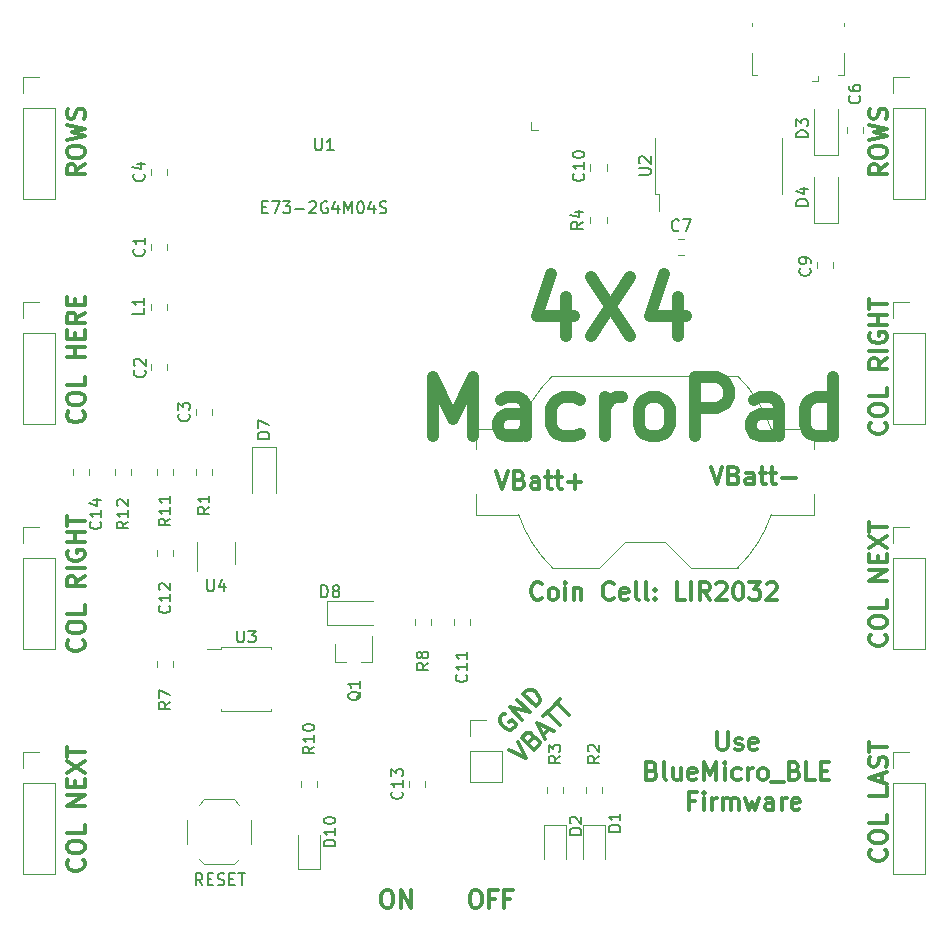
<source format=gbr>
G04 #@! TF.GenerationSoftware,KiCad,Pcbnew,(5.0.0)*
G04 #@! TF.CreationDate,2020-05-30T16:15:12-06:00*
G04 #@! TF.ProjectId,4x4_platform,3478345F706C6174666F726D2E6B6963,rev?*
G04 #@! TF.SameCoordinates,Original*
G04 #@! TF.FileFunction,Legend,Top*
G04 #@! TF.FilePolarity,Positive*
%FSLAX46Y46*%
G04 Gerber Fmt 4.6, Leading zero omitted, Abs format (unit mm)*
G04 Created by KiCad (PCBNEW (5.0.0)) date 05/30/20 16:15:12*
%MOMM*%
%LPD*%
G01*
G04 APERTURE LIST*
%ADD10C,0.300000*%
%ADD11C,1.000000*%
%ADD12C,0.120000*%
%ADD13C,0.150000*%
G04 APERTURE END LIST*
D10*
X120040000Y-124995714D02*
X119968571Y-125067142D01*
X119754285Y-125138571D01*
X119611428Y-125138571D01*
X119397142Y-125067142D01*
X119254285Y-124924285D01*
X119182857Y-124781428D01*
X119111428Y-124495714D01*
X119111428Y-124281428D01*
X119182857Y-123995714D01*
X119254285Y-123852857D01*
X119397142Y-123710000D01*
X119611428Y-123638571D01*
X119754285Y-123638571D01*
X119968571Y-123710000D01*
X120040000Y-123781428D01*
X120897142Y-125138571D02*
X120754285Y-125067142D01*
X120682857Y-124995714D01*
X120611428Y-124852857D01*
X120611428Y-124424285D01*
X120682857Y-124281428D01*
X120754285Y-124210000D01*
X120897142Y-124138571D01*
X121111428Y-124138571D01*
X121254285Y-124210000D01*
X121325714Y-124281428D01*
X121397142Y-124424285D01*
X121397142Y-124852857D01*
X121325714Y-124995714D01*
X121254285Y-125067142D01*
X121111428Y-125138571D01*
X120897142Y-125138571D01*
X122040000Y-125138571D02*
X122040000Y-124138571D01*
X122040000Y-123638571D02*
X121968571Y-123710000D01*
X122040000Y-123781428D01*
X122111428Y-123710000D01*
X122040000Y-123638571D01*
X122040000Y-123781428D01*
X122754285Y-124138571D02*
X122754285Y-125138571D01*
X122754285Y-124281428D02*
X122825714Y-124210000D01*
X122968571Y-124138571D01*
X123182857Y-124138571D01*
X123325714Y-124210000D01*
X123397142Y-124352857D01*
X123397142Y-125138571D01*
X126111428Y-124995714D02*
X126040000Y-125067142D01*
X125825714Y-125138571D01*
X125682857Y-125138571D01*
X125468571Y-125067142D01*
X125325714Y-124924285D01*
X125254285Y-124781428D01*
X125182857Y-124495714D01*
X125182857Y-124281428D01*
X125254285Y-123995714D01*
X125325714Y-123852857D01*
X125468571Y-123710000D01*
X125682857Y-123638571D01*
X125825714Y-123638571D01*
X126040000Y-123710000D01*
X126111428Y-123781428D01*
X127325714Y-125067142D02*
X127182857Y-125138571D01*
X126897142Y-125138571D01*
X126754285Y-125067142D01*
X126682857Y-124924285D01*
X126682857Y-124352857D01*
X126754285Y-124210000D01*
X126897142Y-124138571D01*
X127182857Y-124138571D01*
X127325714Y-124210000D01*
X127397142Y-124352857D01*
X127397142Y-124495714D01*
X126682857Y-124638571D01*
X128254285Y-125138571D02*
X128111428Y-125067142D01*
X128040000Y-124924285D01*
X128040000Y-123638571D01*
X129040000Y-125138571D02*
X128897142Y-125067142D01*
X128825714Y-124924285D01*
X128825714Y-123638571D01*
X129611428Y-124995714D02*
X129682857Y-125067142D01*
X129611428Y-125138571D01*
X129540000Y-125067142D01*
X129611428Y-124995714D01*
X129611428Y-125138571D01*
X129611428Y-124210000D02*
X129682857Y-124281428D01*
X129611428Y-124352857D01*
X129540000Y-124281428D01*
X129611428Y-124210000D01*
X129611428Y-124352857D01*
X132182857Y-125138571D02*
X131468571Y-125138571D01*
X131468571Y-123638571D01*
X132682857Y-125138571D02*
X132682857Y-123638571D01*
X134254285Y-125138571D02*
X133754285Y-124424285D01*
X133397142Y-125138571D02*
X133397142Y-123638571D01*
X133968571Y-123638571D01*
X134111428Y-123710000D01*
X134182857Y-123781428D01*
X134254285Y-123924285D01*
X134254285Y-124138571D01*
X134182857Y-124281428D01*
X134111428Y-124352857D01*
X133968571Y-124424285D01*
X133397142Y-124424285D01*
X134825714Y-123781428D02*
X134897142Y-123710000D01*
X135040000Y-123638571D01*
X135397142Y-123638571D01*
X135540000Y-123710000D01*
X135611428Y-123781428D01*
X135682857Y-123924285D01*
X135682857Y-124067142D01*
X135611428Y-124281428D01*
X134754285Y-125138571D01*
X135682857Y-125138571D01*
X136611428Y-123638571D02*
X136754285Y-123638571D01*
X136897142Y-123710000D01*
X136968571Y-123781428D01*
X137040000Y-123924285D01*
X137111428Y-124210000D01*
X137111428Y-124567142D01*
X137040000Y-124852857D01*
X136968571Y-124995714D01*
X136897142Y-125067142D01*
X136754285Y-125138571D01*
X136611428Y-125138571D01*
X136468571Y-125067142D01*
X136397142Y-124995714D01*
X136325714Y-124852857D01*
X136254285Y-124567142D01*
X136254285Y-124210000D01*
X136325714Y-123924285D01*
X136397142Y-123781428D01*
X136468571Y-123710000D01*
X136611428Y-123638571D01*
X137611428Y-123638571D02*
X138540000Y-123638571D01*
X138040000Y-124210000D01*
X138254285Y-124210000D01*
X138397142Y-124281428D01*
X138468571Y-124352857D01*
X138540000Y-124495714D01*
X138540000Y-124852857D01*
X138468571Y-124995714D01*
X138397142Y-125067142D01*
X138254285Y-125138571D01*
X137825714Y-125138571D01*
X137682857Y-125067142D01*
X137611428Y-124995714D01*
X139111428Y-123781428D02*
X139182857Y-123710000D01*
X139325714Y-123638571D01*
X139682857Y-123638571D01*
X139825714Y-123710000D01*
X139897142Y-123781428D01*
X139968571Y-123924285D01*
X139968571Y-124067142D01*
X139897142Y-124281428D01*
X139040000Y-125138571D01*
X139968571Y-125138571D01*
X134334714Y-113859571D02*
X134834714Y-115359571D01*
X135334714Y-113859571D01*
X136334714Y-114573857D02*
X136549000Y-114645285D01*
X136620428Y-114716714D01*
X136691857Y-114859571D01*
X136691857Y-115073857D01*
X136620428Y-115216714D01*
X136549000Y-115288142D01*
X136406142Y-115359571D01*
X135834714Y-115359571D01*
X135834714Y-113859571D01*
X136334714Y-113859571D01*
X136477571Y-113931000D01*
X136549000Y-114002428D01*
X136620428Y-114145285D01*
X136620428Y-114288142D01*
X136549000Y-114431000D01*
X136477571Y-114502428D01*
X136334714Y-114573857D01*
X135834714Y-114573857D01*
X137977571Y-115359571D02*
X137977571Y-114573857D01*
X137906142Y-114431000D01*
X137763285Y-114359571D01*
X137477571Y-114359571D01*
X137334714Y-114431000D01*
X137977571Y-115288142D02*
X137834714Y-115359571D01*
X137477571Y-115359571D01*
X137334714Y-115288142D01*
X137263285Y-115145285D01*
X137263285Y-115002428D01*
X137334714Y-114859571D01*
X137477571Y-114788142D01*
X137834714Y-114788142D01*
X137977571Y-114716714D01*
X138477571Y-114359571D02*
X139049000Y-114359571D01*
X138691857Y-113859571D02*
X138691857Y-115145285D01*
X138763285Y-115288142D01*
X138906142Y-115359571D01*
X139049000Y-115359571D01*
X139334714Y-114359571D02*
X139906142Y-114359571D01*
X139549000Y-113859571D02*
X139549000Y-115145285D01*
X139620428Y-115288142D01*
X139763285Y-115359571D01*
X139906142Y-115359571D01*
X140406142Y-114788142D02*
X141549000Y-114788142D01*
X116173714Y-114240571D02*
X116673714Y-115740571D01*
X117173714Y-114240571D01*
X118173714Y-114954857D02*
X118388000Y-115026285D01*
X118459428Y-115097714D01*
X118530857Y-115240571D01*
X118530857Y-115454857D01*
X118459428Y-115597714D01*
X118388000Y-115669142D01*
X118245142Y-115740571D01*
X117673714Y-115740571D01*
X117673714Y-114240571D01*
X118173714Y-114240571D01*
X118316571Y-114312000D01*
X118388000Y-114383428D01*
X118459428Y-114526285D01*
X118459428Y-114669142D01*
X118388000Y-114812000D01*
X118316571Y-114883428D01*
X118173714Y-114954857D01*
X117673714Y-114954857D01*
X119816571Y-115740571D02*
X119816571Y-114954857D01*
X119745142Y-114812000D01*
X119602285Y-114740571D01*
X119316571Y-114740571D01*
X119173714Y-114812000D01*
X119816571Y-115669142D02*
X119673714Y-115740571D01*
X119316571Y-115740571D01*
X119173714Y-115669142D01*
X119102285Y-115526285D01*
X119102285Y-115383428D01*
X119173714Y-115240571D01*
X119316571Y-115169142D01*
X119673714Y-115169142D01*
X119816571Y-115097714D01*
X120316571Y-114740571D02*
X120888000Y-114740571D01*
X120530857Y-114240571D02*
X120530857Y-115526285D01*
X120602285Y-115669142D01*
X120745142Y-115740571D01*
X120888000Y-115740571D01*
X121173714Y-114740571D02*
X121745142Y-114740571D01*
X121388000Y-114240571D02*
X121388000Y-115526285D01*
X121459428Y-115669142D01*
X121602285Y-115740571D01*
X121745142Y-115740571D01*
X122245142Y-115169142D02*
X123388000Y-115169142D01*
X122816571Y-115740571D02*
X122816571Y-114597714D01*
X106818228Y-149724371D02*
X107103942Y-149724371D01*
X107246800Y-149795800D01*
X107389657Y-149938657D01*
X107461085Y-150224371D01*
X107461085Y-150724371D01*
X107389657Y-151010085D01*
X107246800Y-151152942D01*
X107103942Y-151224371D01*
X106818228Y-151224371D01*
X106675371Y-151152942D01*
X106532514Y-151010085D01*
X106461085Y-150724371D01*
X106461085Y-150224371D01*
X106532514Y-149938657D01*
X106675371Y-149795800D01*
X106818228Y-149724371D01*
X108103942Y-151224371D02*
X108103942Y-149724371D01*
X108961085Y-151224371D01*
X108961085Y-149724371D01*
X116885986Y-134758230D02*
X116734463Y-134808738D01*
X116582941Y-134960261D01*
X116481925Y-135162291D01*
X116481925Y-135364322D01*
X116532433Y-135515845D01*
X116683956Y-135768383D01*
X116835479Y-135919906D01*
X117088017Y-136071429D01*
X117239540Y-136121936D01*
X117441570Y-136121936D01*
X117643601Y-136020921D01*
X117744616Y-135919906D01*
X117845631Y-135717875D01*
X117845631Y-135616860D01*
X117492078Y-135263307D01*
X117290047Y-135465337D01*
X118401215Y-135263307D02*
X117340555Y-134202647D01*
X119007307Y-134657215D01*
X117946647Y-133596555D01*
X119512383Y-134152139D02*
X118451723Y-133091479D01*
X118704261Y-132838941D01*
X118906291Y-132737925D01*
X119108322Y-132737925D01*
X119259845Y-132788433D01*
X119512383Y-132939956D01*
X119663906Y-133091479D01*
X119815429Y-133344017D01*
X119865936Y-133495540D01*
X119865936Y-133697570D01*
X119764921Y-133899601D01*
X119512383Y-134152139D01*
X117300149Y-137849297D02*
X118714362Y-138556404D01*
X118007255Y-137142190D01*
X119219438Y-136940160D02*
X119421469Y-136839144D01*
X119522484Y-136839144D01*
X119674007Y-136889652D01*
X119825530Y-137041175D01*
X119876038Y-137192698D01*
X119876038Y-137293713D01*
X119825530Y-137445236D01*
X119421469Y-137849297D01*
X118360809Y-136788637D01*
X118714362Y-136435083D01*
X118865885Y-136384576D01*
X118966900Y-136384576D01*
X119118423Y-136435083D01*
X119219438Y-136536099D01*
X119269946Y-136687622D01*
X119269946Y-136788637D01*
X119219438Y-136940160D01*
X118865885Y-137293713D01*
X120128576Y-136536099D02*
X120633652Y-136031022D01*
X120330606Y-136940160D02*
X119623499Y-135525946D01*
X121037713Y-136233053D01*
X120179083Y-134970362D02*
X120785175Y-134364271D01*
X121542789Y-135727977D02*
X120482129Y-134667316D01*
X120987205Y-134162240D02*
X121593297Y-133556149D01*
X122350911Y-134919855D02*
X121290251Y-133859194D01*
X134910000Y-136328571D02*
X134910000Y-137542857D01*
X134981428Y-137685714D01*
X135052857Y-137757142D01*
X135195714Y-137828571D01*
X135481428Y-137828571D01*
X135624285Y-137757142D01*
X135695714Y-137685714D01*
X135767142Y-137542857D01*
X135767142Y-136328571D01*
X136410000Y-137757142D02*
X136552857Y-137828571D01*
X136838571Y-137828571D01*
X136981428Y-137757142D01*
X137052857Y-137614285D01*
X137052857Y-137542857D01*
X136981428Y-137400000D01*
X136838571Y-137328571D01*
X136624285Y-137328571D01*
X136481428Y-137257142D01*
X136410000Y-137114285D01*
X136410000Y-137042857D01*
X136481428Y-136900000D01*
X136624285Y-136828571D01*
X136838571Y-136828571D01*
X136981428Y-136900000D01*
X138267142Y-137757142D02*
X138124285Y-137828571D01*
X137838571Y-137828571D01*
X137695714Y-137757142D01*
X137624285Y-137614285D01*
X137624285Y-137042857D01*
X137695714Y-136900000D01*
X137838571Y-136828571D01*
X138124285Y-136828571D01*
X138267142Y-136900000D01*
X138338571Y-137042857D01*
X138338571Y-137185714D01*
X137624285Y-137328571D01*
X129374285Y-139592857D02*
X129588571Y-139664285D01*
X129660000Y-139735714D01*
X129731428Y-139878571D01*
X129731428Y-140092857D01*
X129660000Y-140235714D01*
X129588571Y-140307142D01*
X129445714Y-140378571D01*
X128874285Y-140378571D01*
X128874285Y-138878571D01*
X129374285Y-138878571D01*
X129517142Y-138950000D01*
X129588571Y-139021428D01*
X129660000Y-139164285D01*
X129660000Y-139307142D01*
X129588571Y-139450000D01*
X129517142Y-139521428D01*
X129374285Y-139592857D01*
X128874285Y-139592857D01*
X130588571Y-140378571D02*
X130445714Y-140307142D01*
X130374285Y-140164285D01*
X130374285Y-138878571D01*
X131802857Y-139378571D02*
X131802857Y-140378571D01*
X131160000Y-139378571D02*
X131160000Y-140164285D01*
X131231428Y-140307142D01*
X131374285Y-140378571D01*
X131588571Y-140378571D01*
X131731428Y-140307142D01*
X131802857Y-140235714D01*
X133088571Y-140307142D02*
X132945714Y-140378571D01*
X132660000Y-140378571D01*
X132517142Y-140307142D01*
X132445714Y-140164285D01*
X132445714Y-139592857D01*
X132517142Y-139450000D01*
X132660000Y-139378571D01*
X132945714Y-139378571D01*
X133088571Y-139450000D01*
X133160000Y-139592857D01*
X133160000Y-139735714D01*
X132445714Y-139878571D01*
X133802857Y-140378571D02*
X133802857Y-138878571D01*
X134302857Y-139950000D01*
X134802857Y-138878571D01*
X134802857Y-140378571D01*
X135517142Y-140378571D02*
X135517142Y-139378571D01*
X135517142Y-138878571D02*
X135445714Y-138950000D01*
X135517142Y-139021428D01*
X135588571Y-138950000D01*
X135517142Y-138878571D01*
X135517142Y-139021428D01*
X136874285Y-140307142D02*
X136731428Y-140378571D01*
X136445714Y-140378571D01*
X136302857Y-140307142D01*
X136231428Y-140235714D01*
X136160000Y-140092857D01*
X136160000Y-139664285D01*
X136231428Y-139521428D01*
X136302857Y-139450000D01*
X136445714Y-139378571D01*
X136731428Y-139378571D01*
X136874285Y-139450000D01*
X137517142Y-140378571D02*
X137517142Y-139378571D01*
X137517142Y-139664285D02*
X137588571Y-139521428D01*
X137660000Y-139450000D01*
X137802857Y-139378571D01*
X137945714Y-139378571D01*
X138660000Y-140378571D02*
X138517142Y-140307142D01*
X138445714Y-140235714D01*
X138374285Y-140092857D01*
X138374285Y-139664285D01*
X138445714Y-139521428D01*
X138517142Y-139450000D01*
X138660000Y-139378571D01*
X138874285Y-139378571D01*
X139017142Y-139450000D01*
X139088571Y-139521428D01*
X139160000Y-139664285D01*
X139160000Y-140092857D01*
X139088571Y-140235714D01*
X139017142Y-140307142D01*
X138874285Y-140378571D01*
X138660000Y-140378571D01*
X139445714Y-140521428D02*
X140588571Y-140521428D01*
X141445714Y-139592857D02*
X141660000Y-139664285D01*
X141731428Y-139735714D01*
X141802857Y-139878571D01*
X141802857Y-140092857D01*
X141731428Y-140235714D01*
X141660000Y-140307142D01*
X141517142Y-140378571D01*
X140945714Y-140378571D01*
X140945714Y-138878571D01*
X141445714Y-138878571D01*
X141588571Y-138950000D01*
X141660000Y-139021428D01*
X141731428Y-139164285D01*
X141731428Y-139307142D01*
X141660000Y-139450000D01*
X141588571Y-139521428D01*
X141445714Y-139592857D01*
X140945714Y-139592857D01*
X143160000Y-140378571D02*
X142445714Y-140378571D01*
X142445714Y-138878571D01*
X143660000Y-139592857D02*
X144160000Y-139592857D01*
X144374285Y-140378571D02*
X143660000Y-140378571D01*
X143660000Y-138878571D01*
X144374285Y-138878571D01*
X132981428Y-142142857D02*
X132481428Y-142142857D01*
X132481428Y-142928571D02*
X132481428Y-141428571D01*
X133195714Y-141428571D01*
X133767142Y-142928571D02*
X133767142Y-141928571D01*
X133767142Y-141428571D02*
X133695714Y-141500000D01*
X133767142Y-141571428D01*
X133838571Y-141500000D01*
X133767142Y-141428571D01*
X133767142Y-141571428D01*
X134481428Y-142928571D02*
X134481428Y-141928571D01*
X134481428Y-142214285D02*
X134552857Y-142071428D01*
X134624285Y-142000000D01*
X134767142Y-141928571D01*
X134910000Y-141928571D01*
X135410000Y-142928571D02*
X135410000Y-141928571D01*
X135410000Y-142071428D02*
X135481428Y-142000000D01*
X135624285Y-141928571D01*
X135838571Y-141928571D01*
X135981428Y-142000000D01*
X136052857Y-142142857D01*
X136052857Y-142928571D01*
X136052857Y-142142857D02*
X136124285Y-142000000D01*
X136267142Y-141928571D01*
X136481428Y-141928571D01*
X136624285Y-142000000D01*
X136695714Y-142142857D01*
X136695714Y-142928571D01*
X137267142Y-141928571D02*
X137552857Y-142928571D01*
X137838571Y-142214285D01*
X138124285Y-142928571D01*
X138410000Y-141928571D01*
X139624285Y-142928571D02*
X139624285Y-142142857D01*
X139552857Y-142000000D01*
X139410000Y-141928571D01*
X139124285Y-141928571D01*
X138981428Y-142000000D01*
X139624285Y-142857142D02*
X139481428Y-142928571D01*
X139124285Y-142928571D01*
X138981428Y-142857142D01*
X138910000Y-142714285D01*
X138910000Y-142571428D01*
X138981428Y-142428571D01*
X139124285Y-142357142D01*
X139481428Y-142357142D01*
X139624285Y-142285714D01*
X140338571Y-142928571D02*
X140338571Y-141928571D01*
X140338571Y-142214285D02*
X140410000Y-142071428D01*
X140481428Y-142000000D01*
X140624285Y-141928571D01*
X140767142Y-141928571D01*
X141838571Y-142857142D02*
X141695714Y-142928571D01*
X141410000Y-142928571D01*
X141267142Y-142857142D01*
X141195714Y-142714285D01*
X141195714Y-142142857D01*
X141267142Y-142000000D01*
X141410000Y-141928571D01*
X141695714Y-141928571D01*
X141838571Y-142000000D01*
X141910000Y-142142857D01*
X141910000Y-142285714D01*
X141195714Y-142428571D01*
X149125714Y-146275714D02*
X149197142Y-146347142D01*
X149268571Y-146561428D01*
X149268571Y-146704285D01*
X149197142Y-146918571D01*
X149054285Y-147061428D01*
X148911428Y-147132857D01*
X148625714Y-147204285D01*
X148411428Y-147204285D01*
X148125714Y-147132857D01*
X147982857Y-147061428D01*
X147840000Y-146918571D01*
X147768571Y-146704285D01*
X147768571Y-146561428D01*
X147840000Y-146347142D01*
X147911428Y-146275714D01*
X147768571Y-145347142D02*
X147768571Y-145061428D01*
X147840000Y-144918571D01*
X147982857Y-144775714D01*
X148268571Y-144704285D01*
X148768571Y-144704285D01*
X149054285Y-144775714D01*
X149197142Y-144918571D01*
X149268571Y-145061428D01*
X149268571Y-145347142D01*
X149197142Y-145490000D01*
X149054285Y-145632857D01*
X148768571Y-145704285D01*
X148268571Y-145704285D01*
X147982857Y-145632857D01*
X147840000Y-145490000D01*
X147768571Y-145347142D01*
X149268571Y-143347142D02*
X149268571Y-144061428D01*
X147768571Y-144061428D01*
X149268571Y-140990000D02*
X149268571Y-141704285D01*
X147768571Y-141704285D01*
X148840000Y-140561428D02*
X148840000Y-139847142D01*
X149268571Y-140704285D02*
X147768571Y-140204285D01*
X149268571Y-139704285D01*
X149197142Y-139275714D02*
X149268571Y-139061428D01*
X149268571Y-138704285D01*
X149197142Y-138561428D01*
X149125714Y-138490000D01*
X148982857Y-138418571D01*
X148840000Y-138418571D01*
X148697142Y-138490000D01*
X148625714Y-138561428D01*
X148554285Y-138704285D01*
X148482857Y-138990000D01*
X148411428Y-139132857D01*
X148340000Y-139204285D01*
X148197142Y-139275714D01*
X148054285Y-139275714D01*
X147911428Y-139204285D01*
X147840000Y-139132857D01*
X147768571Y-138990000D01*
X147768571Y-138632857D01*
X147840000Y-138418571D01*
X147768571Y-137990000D02*
X147768571Y-137132857D01*
X149268571Y-137561428D02*
X147768571Y-137561428D01*
X149125714Y-128075000D02*
X149197142Y-128146428D01*
X149268571Y-128360714D01*
X149268571Y-128503571D01*
X149197142Y-128717857D01*
X149054285Y-128860714D01*
X148911428Y-128932142D01*
X148625714Y-129003571D01*
X148411428Y-129003571D01*
X148125714Y-128932142D01*
X147982857Y-128860714D01*
X147840000Y-128717857D01*
X147768571Y-128503571D01*
X147768571Y-128360714D01*
X147840000Y-128146428D01*
X147911428Y-128075000D01*
X147768571Y-127146428D02*
X147768571Y-126860714D01*
X147840000Y-126717857D01*
X147982857Y-126575000D01*
X148268571Y-126503571D01*
X148768571Y-126503571D01*
X149054285Y-126575000D01*
X149197142Y-126717857D01*
X149268571Y-126860714D01*
X149268571Y-127146428D01*
X149197142Y-127289285D01*
X149054285Y-127432142D01*
X148768571Y-127503571D01*
X148268571Y-127503571D01*
X147982857Y-127432142D01*
X147840000Y-127289285D01*
X147768571Y-127146428D01*
X149268571Y-125146428D02*
X149268571Y-125860714D01*
X147768571Y-125860714D01*
X149268571Y-123503571D02*
X147768571Y-123503571D01*
X149268571Y-122646428D01*
X147768571Y-122646428D01*
X148482857Y-121932142D02*
X148482857Y-121432142D01*
X149268571Y-121217857D02*
X149268571Y-121932142D01*
X147768571Y-121932142D01*
X147768571Y-121217857D01*
X147768571Y-120717857D02*
X149268571Y-119717857D01*
X147768571Y-119717857D02*
X149268571Y-120717857D01*
X147768571Y-119360714D02*
X147768571Y-118503571D01*
X149268571Y-118932142D02*
X147768571Y-118932142D01*
X81180714Y-147125000D02*
X81252142Y-147196428D01*
X81323571Y-147410714D01*
X81323571Y-147553571D01*
X81252142Y-147767857D01*
X81109285Y-147910714D01*
X80966428Y-147982142D01*
X80680714Y-148053571D01*
X80466428Y-148053571D01*
X80180714Y-147982142D01*
X80037857Y-147910714D01*
X79895000Y-147767857D01*
X79823571Y-147553571D01*
X79823571Y-147410714D01*
X79895000Y-147196428D01*
X79966428Y-147125000D01*
X79823571Y-146196428D02*
X79823571Y-145910714D01*
X79895000Y-145767857D01*
X80037857Y-145625000D01*
X80323571Y-145553571D01*
X80823571Y-145553571D01*
X81109285Y-145625000D01*
X81252142Y-145767857D01*
X81323571Y-145910714D01*
X81323571Y-146196428D01*
X81252142Y-146339285D01*
X81109285Y-146482142D01*
X80823571Y-146553571D01*
X80323571Y-146553571D01*
X80037857Y-146482142D01*
X79895000Y-146339285D01*
X79823571Y-146196428D01*
X81323571Y-144196428D02*
X81323571Y-144910714D01*
X79823571Y-144910714D01*
X81323571Y-142553571D02*
X79823571Y-142553571D01*
X81323571Y-141696428D01*
X79823571Y-141696428D01*
X80537857Y-140982142D02*
X80537857Y-140482142D01*
X81323571Y-140267857D02*
X81323571Y-140982142D01*
X79823571Y-140982142D01*
X79823571Y-140267857D01*
X79823571Y-139767857D02*
X81323571Y-138767857D01*
X79823571Y-138767857D02*
X81323571Y-139767857D01*
X79823571Y-138410714D02*
X79823571Y-137553571D01*
X81323571Y-137982142D02*
X79823571Y-137982142D01*
X149125714Y-110124285D02*
X149197142Y-110195714D01*
X149268571Y-110410000D01*
X149268571Y-110552857D01*
X149197142Y-110767142D01*
X149054285Y-110910000D01*
X148911428Y-110981428D01*
X148625714Y-111052857D01*
X148411428Y-111052857D01*
X148125714Y-110981428D01*
X147982857Y-110910000D01*
X147840000Y-110767142D01*
X147768571Y-110552857D01*
X147768571Y-110410000D01*
X147840000Y-110195714D01*
X147911428Y-110124285D01*
X147768571Y-109195714D02*
X147768571Y-108910000D01*
X147840000Y-108767142D01*
X147982857Y-108624285D01*
X148268571Y-108552857D01*
X148768571Y-108552857D01*
X149054285Y-108624285D01*
X149197142Y-108767142D01*
X149268571Y-108910000D01*
X149268571Y-109195714D01*
X149197142Y-109338571D01*
X149054285Y-109481428D01*
X148768571Y-109552857D01*
X148268571Y-109552857D01*
X147982857Y-109481428D01*
X147840000Y-109338571D01*
X147768571Y-109195714D01*
X149268571Y-107195714D02*
X149268571Y-107910000D01*
X147768571Y-107910000D01*
X149268571Y-104695714D02*
X148554285Y-105195714D01*
X149268571Y-105552857D02*
X147768571Y-105552857D01*
X147768571Y-104981428D01*
X147840000Y-104838571D01*
X147911428Y-104767142D01*
X148054285Y-104695714D01*
X148268571Y-104695714D01*
X148411428Y-104767142D01*
X148482857Y-104838571D01*
X148554285Y-104981428D01*
X148554285Y-105552857D01*
X149268571Y-104052857D02*
X147768571Y-104052857D01*
X147840000Y-102552857D02*
X147768571Y-102695714D01*
X147768571Y-102910000D01*
X147840000Y-103124285D01*
X147982857Y-103267142D01*
X148125714Y-103338571D01*
X148411428Y-103410000D01*
X148625714Y-103410000D01*
X148911428Y-103338571D01*
X149054285Y-103267142D01*
X149197142Y-103124285D01*
X149268571Y-102910000D01*
X149268571Y-102767142D01*
X149197142Y-102552857D01*
X149125714Y-102481428D01*
X148625714Y-102481428D01*
X148625714Y-102767142D01*
X149268571Y-101838571D02*
X147768571Y-101838571D01*
X148482857Y-101838571D02*
X148482857Y-100981428D01*
X149268571Y-100981428D02*
X147768571Y-100981428D01*
X147768571Y-100481428D02*
X147768571Y-99624285D01*
X149268571Y-100052857D02*
X147768571Y-100052857D01*
X81180714Y-128539285D02*
X81252142Y-128610714D01*
X81323571Y-128825000D01*
X81323571Y-128967857D01*
X81252142Y-129182142D01*
X81109285Y-129325000D01*
X80966428Y-129396428D01*
X80680714Y-129467857D01*
X80466428Y-129467857D01*
X80180714Y-129396428D01*
X80037857Y-129325000D01*
X79895000Y-129182142D01*
X79823571Y-128967857D01*
X79823571Y-128825000D01*
X79895000Y-128610714D01*
X79966428Y-128539285D01*
X79823571Y-127610714D02*
X79823571Y-127325000D01*
X79895000Y-127182142D01*
X80037857Y-127039285D01*
X80323571Y-126967857D01*
X80823571Y-126967857D01*
X81109285Y-127039285D01*
X81252142Y-127182142D01*
X81323571Y-127325000D01*
X81323571Y-127610714D01*
X81252142Y-127753571D01*
X81109285Y-127896428D01*
X80823571Y-127967857D01*
X80323571Y-127967857D01*
X80037857Y-127896428D01*
X79895000Y-127753571D01*
X79823571Y-127610714D01*
X81323571Y-125610714D02*
X81323571Y-126325000D01*
X79823571Y-126325000D01*
X81323571Y-123110714D02*
X80609285Y-123610714D01*
X81323571Y-123967857D02*
X79823571Y-123967857D01*
X79823571Y-123396428D01*
X79895000Y-123253571D01*
X79966428Y-123182142D01*
X80109285Y-123110714D01*
X80323571Y-123110714D01*
X80466428Y-123182142D01*
X80537857Y-123253571D01*
X80609285Y-123396428D01*
X80609285Y-123967857D01*
X81323571Y-122467857D02*
X79823571Y-122467857D01*
X79895000Y-120967857D02*
X79823571Y-121110714D01*
X79823571Y-121325000D01*
X79895000Y-121539285D01*
X80037857Y-121682142D01*
X80180714Y-121753571D01*
X80466428Y-121825000D01*
X80680714Y-121825000D01*
X80966428Y-121753571D01*
X81109285Y-121682142D01*
X81252142Y-121539285D01*
X81323571Y-121325000D01*
X81323571Y-121182142D01*
X81252142Y-120967857D01*
X81180714Y-120896428D01*
X80680714Y-120896428D01*
X80680714Y-121182142D01*
X81323571Y-120253571D02*
X79823571Y-120253571D01*
X80537857Y-120253571D02*
X80537857Y-119396428D01*
X81323571Y-119396428D02*
X79823571Y-119396428D01*
X79823571Y-118896428D02*
X79823571Y-118039285D01*
X81323571Y-118467857D02*
X79823571Y-118467857D01*
X81180714Y-109167857D02*
X81252142Y-109239285D01*
X81323571Y-109453571D01*
X81323571Y-109596428D01*
X81252142Y-109810714D01*
X81109285Y-109953571D01*
X80966428Y-110025000D01*
X80680714Y-110096428D01*
X80466428Y-110096428D01*
X80180714Y-110025000D01*
X80037857Y-109953571D01*
X79895000Y-109810714D01*
X79823571Y-109596428D01*
X79823571Y-109453571D01*
X79895000Y-109239285D01*
X79966428Y-109167857D01*
X79823571Y-108239285D02*
X79823571Y-107953571D01*
X79895000Y-107810714D01*
X80037857Y-107667857D01*
X80323571Y-107596428D01*
X80823571Y-107596428D01*
X81109285Y-107667857D01*
X81252142Y-107810714D01*
X81323571Y-107953571D01*
X81323571Y-108239285D01*
X81252142Y-108382142D01*
X81109285Y-108525000D01*
X80823571Y-108596428D01*
X80323571Y-108596428D01*
X80037857Y-108525000D01*
X79895000Y-108382142D01*
X79823571Y-108239285D01*
X81323571Y-106239285D02*
X81323571Y-106953571D01*
X79823571Y-106953571D01*
X81323571Y-104596428D02*
X79823571Y-104596428D01*
X80537857Y-104596428D02*
X80537857Y-103739285D01*
X81323571Y-103739285D02*
X79823571Y-103739285D01*
X80537857Y-103025000D02*
X80537857Y-102525000D01*
X81323571Y-102310714D02*
X81323571Y-103025000D01*
X79823571Y-103025000D01*
X79823571Y-102310714D01*
X81323571Y-100810714D02*
X80609285Y-101310714D01*
X81323571Y-101667857D02*
X79823571Y-101667857D01*
X79823571Y-101096428D01*
X79895000Y-100953571D01*
X79966428Y-100882142D01*
X80109285Y-100810714D01*
X80323571Y-100810714D01*
X80466428Y-100882142D01*
X80537857Y-100953571D01*
X80609285Y-101096428D01*
X80609285Y-101667857D01*
X80537857Y-100167857D02*
X80537857Y-99667857D01*
X81323571Y-99453571D02*
X81323571Y-100167857D01*
X79823571Y-100167857D01*
X79823571Y-99453571D01*
X149268571Y-88252857D02*
X148554285Y-88752857D01*
X149268571Y-89110000D02*
X147768571Y-89110000D01*
X147768571Y-88538571D01*
X147840000Y-88395714D01*
X147911428Y-88324285D01*
X148054285Y-88252857D01*
X148268571Y-88252857D01*
X148411428Y-88324285D01*
X148482857Y-88395714D01*
X148554285Y-88538571D01*
X148554285Y-89110000D01*
X147768571Y-87324285D02*
X147768571Y-87038571D01*
X147840000Y-86895714D01*
X147982857Y-86752857D01*
X148268571Y-86681428D01*
X148768571Y-86681428D01*
X149054285Y-86752857D01*
X149197142Y-86895714D01*
X149268571Y-87038571D01*
X149268571Y-87324285D01*
X149197142Y-87467142D01*
X149054285Y-87610000D01*
X148768571Y-87681428D01*
X148268571Y-87681428D01*
X147982857Y-87610000D01*
X147840000Y-87467142D01*
X147768571Y-87324285D01*
X147768571Y-86181428D02*
X149268571Y-85824285D01*
X148197142Y-85538571D01*
X149268571Y-85252857D01*
X147768571Y-84895714D01*
X149197142Y-84395714D02*
X149268571Y-84181428D01*
X149268571Y-83824285D01*
X149197142Y-83681428D01*
X149125714Y-83610000D01*
X148982857Y-83538571D01*
X148840000Y-83538571D01*
X148697142Y-83610000D01*
X148625714Y-83681428D01*
X148554285Y-83824285D01*
X148482857Y-84110000D01*
X148411428Y-84252857D01*
X148340000Y-84324285D01*
X148197142Y-84395714D01*
X148054285Y-84395714D01*
X147911428Y-84324285D01*
X147840000Y-84252857D01*
X147768571Y-84110000D01*
X147768571Y-83752857D01*
X147840000Y-83538571D01*
X81323571Y-88252857D02*
X80609285Y-88752857D01*
X81323571Y-89110000D02*
X79823571Y-89110000D01*
X79823571Y-88538571D01*
X79895000Y-88395714D01*
X79966428Y-88324285D01*
X80109285Y-88252857D01*
X80323571Y-88252857D01*
X80466428Y-88324285D01*
X80537857Y-88395714D01*
X80609285Y-88538571D01*
X80609285Y-89110000D01*
X79823571Y-87324285D02*
X79823571Y-87038571D01*
X79895000Y-86895714D01*
X80037857Y-86752857D01*
X80323571Y-86681428D01*
X80823571Y-86681428D01*
X81109285Y-86752857D01*
X81252142Y-86895714D01*
X81323571Y-87038571D01*
X81323571Y-87324285D01*
X81252142Y-87467142D01*
X81109285Y-87610000D01*
X80823571Y-87681428D01*
X80323571Y-87681428D01*
X80037857Y-87610000D01*
X79895000Y-87467142D01*
X79823571Y-87324285D01*
X79823571Y-86181428D02*
X81323571Y-85824285D01*
X80252142Y-85538571D01*
X81323571Y-85252857D01*
X79823571Y-84895714D01*
X81252142Y-84395714D02*
X81323571Y-84181428D01*
X81323571Y-83824285D01*
X81252142Y-83681428D01*
X81180714Y-83610000D01*
X81037857Y-83538571D01*
X80895000Y-83538571D01*
X80752142Y-83610000D01*
X80680714Y-83681428D01*
X80609285Y-83824285D01*
X80537857Y-84110000D01*
X80466428Y-84252857D01*
X80395000Y-84324285D01*
X80252142Y-84395714D01*
X80109285Y-84395714D01*
X79966428Y-84324285D01*
X79895000Y-84252857D01*
X79823571Y-84110000D01*
X79823571Y-83752857D01*
X79895000Y-83538571D01*
X114293828Y-149724371D02*
X114579542Y-149724371D01*
X114722400Y-149795800D01*
X114865257Y-149938657D01*
X114936685Y-150224371D01*
X114936685Y-150724371D01*
X114865257Y-151010085D01*
X114722400Y-151152942D01*
X114579542Y-151224371D01*
X114293828Y-151224371D01*
X114150971Y-151152942D01*
X114008114Y-151010085D01*
X113936685Y-150724371D01*
X113936685Y-150224371D01*
X114008114Y-149938657D01*
X114150971Y-149795800D01*
X114293828Y-149724371D01*
X116079542Y-150438657D02*
X115579542Y-150438657D01*
X115579542Y-151224371D02*
X115579542Y-149724371D01*
X116293828Y-149724371D01*
X117365257Y-150438657D02*
X116865257Y-150438657D01*
X116865257Y-151224371D02*
X116865257Y-149724371D01*
X117579542Y-149724371D01*
D11*
X122047714Y-99453571D02*
X122047714Y-102786904D01*
X120857238Y-97548809D02*
X119666761Y-101120238D01*
X122762000Y-101120238D01*
X124190571Y-97786904D02*
X127523904Y-102786904D01*
X127523904Y-97786904D02*
X124190571Y-102786904D01*
X131571523Y-99453571D02*
X131571523Y-102786904D01*
X130381047Y-97548809D02*
X129190571Y-101120238D01*
X132285809Y-101120238D01*
X110857238Y-111286904D02*
X110857238Y-106286904D01*
X112523904Y-109858333D01*
X114190571Y-106286904D01*
X114190571Y-111286904D01*
X118714380Y-111286904D02*
X118714380Y-108667857D01*
X118476285Y-108191666D01*
X118000095Y-107953571D01*
X117047714Y-107953571D01*
X116571523Y-108191666D01*
X118714380Y-111048809D02*
X118238190Y-111286904D01*
X117047714Y-111286904D01*
X116571523Y-111048809D01*
X116333428Y-110572619D01*
X116333428Y-110096428D01*
X116571523Y-109620238D01*
X117047714Y-109382142D01*
X118238190Y-109382142D01*
X118714380Y-109144047D01*
X123238190Y-111048809D02*
X122762000Y-111286904D01*
X121809619Y-111286904D01*
X121333428Y-111048809D01*
X121095333Y-110810714D01*
X120857238Y-110334523D01*
X120857238Y-108905952D01*
X121095333Y-108429761D01*
X121333428Y-108191666D01*
X121809619Y-107953571D01*
X122762000Y-107953571D01*
X123238190Y-108191666D01*
X125381047Y-111286904D02*
X125381047Y-107953571D01*
X125381047Y-108905952D02*
X125619142Y-108429761D01*
X125857238Y-108191666D01*
X126333428Y-107953571D01*
X126809619Y-107953571D01*
X129190571Y-111286904D02*
X128714380Y-111048809D01*
X128476285Y-110810714D01*
X128238190Y-110334523D01*
X128238190Y-108905952D01*
X128476285Y-108429761D01*
X128714380Y-108191666D01*
X129190571Y-107953571D01*
X129904857Y-107953571D01*
X130381047Y-108191666D01*
X130619142Y-108429761D01*
X130857238Y-108905952D01*
X130857238Y-110334523D01*
X130619142Y-110810714D01*
X130381047Y-111048809D01*
X129904857Y-111286904D01*
X129190571Y-111286904D01*
X133000095Y-111286904D02*
X133000095Y-106286904D01*
X134904857Y-106286904D01*
X135381047Y-106525000D01*
X135619142Y-106763095D01*
X135857238Y-107239285D01*
X135857238Y-107953571D01*
X135619142Y-108429761D01*
X135381047Y-108667857D01*
X134904857Y-108905952D01*
X133000095Y-108905952D01*
X140142952Y-111286904D02*
X140142952Y-108667857D01*
X139904857Y-108191666D01*
X139428666Y-107953571D01*
X138476285Y-107953571D01*
X138000095Y-108191666D01*
X140142952Y-111048809D02*
X139666761Y-111286904D01*
X138476285Y-111286904D01*
X138000095Y-111048809D01*
X137762000Y-110572619D01*
X137762000Y-110096428D01*
X138000095Y-109620238D01*
X138476285Y-109382142D01*
X139666761Y-109382142D01*
X140142952Y-109144047D01*
X144666761Y-111286904D02*
X144666761Y-106286904D01*
X144666761Y-111048809D02*
X144190571Y-111286904D01*
X143238190Y-111286904D01*
X142762000Y-111048809D01*
X142523904Y-110810714D01*
X142285809Y-110334523D01*
X142285809Y-108905952D01*
X142523904Y-108429761D01*
X142762000Y-108191666D01*
X143238190Y-107953571D01*
X144190571Y-107953571D01*
X144666761Y-108191666D01*
D12*
G04 #@! TO.C,J1*
X76140000Y-91182500D02*
X78800000Y-91182500D01*
X76140000Y-83502500D02*
X76140000Y-91182500D01*
X78800000Y-83502500D02*
X78800000Y-91182500D01*
X76140000Y-83502500D02*
X78800000Y-83502500D01*
X76140000Y-82232500D02*
X76140000Y-80902500D01*
X76140000Y-80902500D02*
X77470000Y-80902500D01*
G04 #@! TO.C,J2*
X76140000Y-99952500D02*
X77470000Y-99952500D01*
X76140000Y-101282500D02*
X76140000Y-99952500D01*
X76140000Y-102552500D02*
X78800000Y-102552500D01*
X78800000Y-102552500D02*
X78800000Y-110232500D01*
X76140000Y-102552500D02*
X76140000Y-110232500D01*
X76140000Y-110232500D02*
X78800000Y-110232500D01*
G04 #@! TO.C,J3*
X76140000Y-129282500D02*
X78800000Y-129282500D01*
X76140000Y-121602500D02*
X76140000Y-129282500D01*
X78800000Y-121602500D02*
X78800000Y-129282500D01*
X76140000Y-121602500D02*
X78800000Y-121602500D01*
X76140000Y-120332500D02*
X76140000Y-119002500D01*
X76140000Y-119002500D02*
X77470000Y-119002500D01*
G04 #@! TO.C,J4*
X76140000Y-138052500D02*
X77470000Y-138052500D01*
X76140000Y-139382500D02*
X76140000Y-138052500D01*
X76140000Y-140652500D02*
X78800000Y-140652500D01*
X78800000Y-140652500D02*
X78800000Y-148332500D01*
X76140000Y-140652500D02*
X76140000Y-148332500D01*
X76140000Y-148332500D02*
X78800000Y-148332500D01*
G04 #@! TO.C,J5*
X149800000Y-91182500D02*
X152460000Y-91182500D01*
X149800000Y-83502500D02*
X149800000Y-91182500D01*
X152460000Y-83502500D02*
X152460000Y-91182500D01*
X149800000Y-83502500D02*
X152460000Y-83502500D01*
X149800000Y-82232500D02*
X149800000Y-80902500D01*
X149800000Y-80902500D02*
X151130000Y-80902500D01*
G04 #@! TO.C,J6*
X149800000Y-99952500D02*
X151130000Y-99952500D01*
X149800000Y-101282500D02*
X149800000Y-99952500D01*
X149800000Y-102552500D02*
X152460000Y-102552500D01*
X152460000Y-102552500D02*
X152460000Y-110232500D01*
X149800000Y-102552500D02*
X149800000Y-110232500D01*
X149800000Y-110232500D02*
X152460000Y-110232500D01*
G04 #@! TO.C,J7*
X149800000Y-129282500D02*
X152460000Y-129282500D01*
X149800000Y-121602500D02*
X149800000Y-129282500D01*
X152460000Y-121602500D02*
X152460000Y-129282500D01*
X149800000Y-121602500D02*
X152460000Y-121602500D01*
X149800000Y-120332500D02*
X149800000Y-119002500D01*
X149800000Y-119002500D02*
X151130000Y-119002500D01*
G04 #@! TO.C,J8*
X149800000Y-138052500D02*
X151130000Y-138052500D01*
X149800000Y-139382500D02*
X149800000Y-138052500D01*
X149800000Y-140652500D02*
X152460000Y-140652500D01*
X152460000Y-140652500D02*
X152460000Y-148332500D01*
X149800000Y-140652500D02*
X149800000Y-148332500D01*
X149800000Y-148332500D02*
X152460000Y-148332500D01*
G04 #@! TO.C,C1*
X88340000Y-95511252D02*
X88340000Y-94988748D01*
X86920000Y-95511252D02*
X86920000Y-94988748D01*
G04 #@! TO.C,C2*
X88340000Y-105148748D02*
X88340000Y-105671252D01*
X86920000Y-105148748D02*
X86920000Y-105671252D01*
G04 #@! TO.C,C3*
X90730000Y-109481252D02*
X90730000Y-108958748D01*
X92150000Y-109481252D02*
X92150000Y-108958748D01*
G04 #@! TO.C,C4*
X88340000Y-89161252D02*
X88340000Y-88638748D01*
X86920000Y-89161252D02*
X86920000Y-88638748D01*
G04 #@! TO.C,L1*
X88340000Y-100068748D02*
X88340000Y-100591252D01*
X86920000Y-100068748D02*
X86920000Y-100591252D01*
G04 #@! TO.C,Q1*
X102544000Y-130366000D02*
X103474000Y-130366000D01*
X105704000Y-130366000D02*
X104774000Y-130366000D01*
X105704000Y-130366000D02*
X105704000Y-128206000D01*
X102544000Y-130366000D02*
X102544000Y-128906000D01*
G04 #@! TO.C,R1*
X90730000Y-114029748D02*
X90730000Y-114552252D01*
X92150000Y-114029748D02*
X92150000Y-114552252D01*
G04 #@! TO.C,SW2*
X94410000Y-142480000D02*
X93960000Y-142030000D01*
X91010000Y-142480000D02*
X91460000Y-142030000D01*
X91010000Y-147080000D02*
X91460000Y-147530000D01*
X94410000Y-147080000D02*
X93960000Y-147530000D01*
X89960000Y-145780000D02*
X89960000Y-143780000D01*
X93960000Y-142030000D02*
X91460000Y-142030000D01*
X95460000Y-145780000D02*
X95460000Y-143780000D01*
X93960000Y-147530000D02*
X91460000Y-147530000D01*
G04 #@! TO.C,D1*
X123500000Y-144190000D02*
X123500000Y-147050000D01*
X125420000Y-144190000D02*
X123500000Y-144190000D01*
X125420000Y-147050000D02*
X125420000Y-144190000D01*
G04 #@! TO.C,D2*
X122118000Y-147050000D02*
X122118000Y-144190000D01*
X122118000Y-144190000D02*
X120198000Y-144190000D01*
X120198000Y-144190000D02*
X120198000Y-147050000D01*
G04 #@! TO.C,R2*
X125170000Y-141494251D02*
X125170000Y-140971747D01*
X123750000Y-141494251D02*
X123750000Y-140971747D01*
G04 #@! TO.C,R3*
X120448000Y-141476253D02*
X120448000Y-140953749D01*
X121868000Y-141476253D02*
X121868000Y-140953749D01*
G04 #@! TO.C,C6*
X145848000Y-85082748D02*
X145848000Y-85605252D01*
X147268000Y-85082748D02*
X147268000Y-85605252D01*
G04 #@! TO.C,C7*
X132078252Y-94540000D02*
X131555748Y-94540000D01*
X132078252Y-95960000D02*
X131555748Y-95960000D01*
G04 #@! TO.C,C9*
X144728000Y-96521747D02*
X144728000Y-97044251D01*
X143308000Y-96521747D02*
X143308000Y-97044251D01*
G04 #@! TO.C,C10*
X124131000Y-88789252D02*
X124131000Y-88266748D01*
X125551000Y-88789252D02*
X125551000Y-88266748D01*
G04 #@! TO.C,D3*
X143119600Y-87467000D02*
X143119600Y-83567000D01*
X145119600Y-87467000D02*
X145119600Y-83567000D01*
X143119600Y-87467000D02*
X145119600Y-87467000D01*
G04 #@! TO.C,D4*
X143119600Y-93257200D02*
X145119600Y-93257200D01*
X145119600Y-93257200D02*
X145119600Y-89357200D01*
X143119600Y-93257200D02*
X143119600Y-89357200D01*
G04 #@! TO.C,D7*
X97520000Y-112178000D02*
X95520000Y-112178000D01*
X95520000Y-112178000D02*
X95520000Y-116078000D01*
X97520000Y-112178000D02*
X97520000Y-116078000D01*
G04 #@! TO.C,R4*
X124131003Y-93216246D02*
X124131003Y-92693742D01*
X125551003Y-93216246D02*
X125551003Y-92693742D01*
G04 #@! TO.C,U2*
X129601000Y-90792000D02*
X130001000Y-90792000D01*
X130001000Y-90792000D02*
X130001000Y-92192000D01*
X129601000Y-90792000D02*
X129601000Y-85992000D01*
X140401000Y-90792000D02*
X140401000Y-85992000D01*
G04 #@! TO.C,J17*
X145606600Y-80654900D02*
X145156600Y-80654900D01*
X145606600Y-78804900D02*
X145606600Y-80654900D01*
X137806600Y-76254900D02*
X137806600Y-76504900D01*
X145606600Y-76254900D02*
X145606600Y-76504900D01*
X137806600Y-78804900D02*
X137806600Y-80654900D01*
X137806600Y-80654900D02*
X138256600Y-80654900D01*
X143406600Y-81204900D02*
X142956600Y-81204900D01*
X143406600Y-81204900D02*
X143406600Y-80754900D01*
G04 #@! TO.C,C11*
X113994000Y-126747747D02*
X113994000Y-127270251D01*
X112574000Y-126747747D02*
X112574000Y-127270251D01*
G04 #@! TO.C,C12*
X88848000Y-121428251D02*
X88848000Y-120905747D01*
X87428000Y-121428251D02*
X87428000Y-120905747D01*
G04 #@! TO.C,C13*
X108764000Y-140977252D02*
X108764000Y-140454748D01*
X110184000Y-140977252D02*
X110184000Y-140454748D01*
G04 #@! TO.C,C14*
X80316000Y-114038748D02*
X80316000Y-114561252D01*
X81736000Y-114038748D02*
X81736000Y-114561252D01*
G04 #@! TO.C,D8*
X101890000Y-125238000D02*
X101890000Y-127238000D01*
X101890000Y-127238000D02*
X105790000Y-127238000D01*
X101890000Y-125238000D02*
X105790000Y-125238000D01*
G04 #@! TO.C,D10*
X101290000Y-147910000D02*
X101290000Y-145050000D01*
X99370000Y-147910000D02*
X101290000Y-147910000D01*
X99370000Y-145050000D02*
X99370000Y-147910000D01*
G04 #@! TO.C,J10*
X113986000Y-140522000D02*
X116646000Y-140522000D01*
X113986000Y-137922000D02*
X113986000Y-140522000D01*
X116646000Y-137922000D02*
X116646000Y-140522000D01*
X113986000Y-137922000D02*
X116646000Y-137922000D01*
X113986000Y-136652000D02*
X113986000Y-135322000D01*
X113986000Y-135322000D02*
X115316000Y-135322000D01*
G04 #@! TO.C,R7*
X87428000Y-130285748D02*
X87428000Y-130808252D01*
X88848000Y-130285748D02*
X88848000Y-130808252D01*
G04 #@! TO.C,R8*
X110692000Y-127261252D02*
X110692000Y-126738748D01*
X109272000Y-127261252D02*
X109272000Y-126738748D01*
G04 #@! TO.C,R10*
X101040000Y-140445749D02*
X101040000Y-140968253D01*
X99620000Y-140445749D02*
X99620000Y-140968253D01*
G04 #@! TO.C,R11*
X87428000Y-114552252D02*
X87428000Y-114029748D01*
X88848000Y-114552252D02*
X88848000Y-114029748D01*
G04 #@! TO.C,R12*
X83872000Y-114038748D02*
X83872000Y-114561252D01*
X85292000Y-114038748D02*
X85292000Y-114561252D01*
G04 #@! TO.C,U3*
X97096000Y-129096000D02*
X92896000Y-129096000D01*
X97096000Y-134556000D02*
X92896000Y-134556000D01*
X97096000Y-134386000D02*
X97096000Y-134556000D01*
X92896000Y-134396000D02*
X92896000Y-134566000D01*
X97096000Y-129096000D02*
X97096000Y-129266000D01*
X92896000Y-129096000D02*
X92896000Y-129266000D01*
X92896000Y-129266000D02*
X91706000Y-129266000D01*
G04 #@! TO.C,U4*
X94066000Y-122058000D02*
X94066000Y-120258000D01*
X90846000Y-120258000D02*
X90846000Y-122708000D01*
G04 #@! TO.C,J9*
X119125997Y-85344002D02*
X119125997Y-84709002D01*
X119760997Y-85344002D02*
X119125997Y-85344002D01*
G04 #@! TO.C,BT1*
X120932630Y-122411789D02*
G75*
G02X118086000Y-117910000I7845370J8111789D01*
G01*
X136623370Y-106188211D02*
G75*
G02X139470000Y-110690000I-7845370J-8111789D01*
G01*
X136623370Y-122411789D02*
G75*
G03X139470000Y-117910000I-7845370J8111789D01*
G01*
X120932630Y-106188211D02*
G75*
G03X118086000Y-110690000I7845370J-8111789D01*
G01*
X114468000Y-116200000D02*
X114468000Y-117910000D01*
X118086000Y-117910000D02*
X114468000Y-117910000D01*
X124918000Y-122410000D02*
X120930700Y-122410000D01*
X127118000Y-120210000D02*
X124918000Y-122410000D01*
X130438000Y-120210000D02*
X127118000Y-120210000D01*
X130438000Y-120210000D02*
X132638000Y-122410000D01*
X136625300Y-122410000D02*
X132638000Y-122410000D01*
X143088000Y-116200000D02*
X143088000Y-117910000D01*
X143088000Y-117910000D02*
X139470000Y-117910000D01*
X139470000Y-110690000D02*
X143088000Y-110690000D01*
X143088000Y-112400000D02*
X143088000Y-110690000D01*
X120930700Y-106190000D02*
X136625300Y-106190000D01*
X114468000Y-112400000D02*
X114468000Y-110690000D01*
X114468000Y-110690000D02*
X118086000Y-110690000D01*
G04 #@! TO.C,C1*
D13*
X86337142Y-95416666D02*
X86384761Y-95464285D01*
X86432380Y-95607142D01*
X86432380Y-95702380D01*
X86384761Y-95845238D01*
X86289523Y-95940476D01*
X86194285Y-95988095D01*
X86003809Y-96035714D01*
X85860952Y-96035714D01*
X85670476Y-95988095D01*
X85575238Y-95940476D01*
X85480000Y-95845238D01*
X85432380Y-95702380D01*
X85432380Y-95607142D01*
X85480000Y-95464285D01*
X85527619Y-95416666D01*
X86432380Y-94464285D02*
X86432380Y-95035714D01*
X86432380Y-94750000D02*
X85432380Y-94750000D01*
X85575238Y-94845238D01*
X85670476Y-94940476D01*
X85718095Y-95035714D01*
G04 #@! TO.C,C2*
X86412342Y-105678266D02*
X86459961Y-105725885D01*
X86507580Y-105868742D01*
X86507580Y-105963980D01*
X86459961Y-106106838D01*
X86364723Y-106202076D01*
X86269485Y-106249695D01*
X86079009Y-106297314D01*
X85936152Y-106297314D01*
X85745676Y-106249695D01*
X85650438Y-106202076D01*
X85555200Y-106106838D01*
X85507580Y-105963980D01*
X85507580Y-105868742D01*
X85555200Y-105725885D01*
X85602819Y-105678266D01*
X85602819Y-105297314D02*
X85555200Y-105249695D01*
X85507580Y-105154457D01*
X85507580Y-104916361D01*
X85555200Y-104821123D01*
X85602819Y-104773504D01*
X85698057Y-104725885D01*
X85793295Y-104725885D01*
X85936152Y-104773504D01*
X86507580Y-105344933D01*
X86507580Y-104725885D01*
G04 #@! TO.C,C3*
X90147142Y-109386666D02*
X90194761Y-109434285D01*
X90242380Y-109577142D01*
X90242380Y-109672380D01*
X90194761Y-109815238D01*
X90099523Y-109910476D01*
X90004285Y-109958095D01*
X89813809Y-110005714D01*
X89670952Y-110005714D01*
X89480476Y-109958095D01*
X89385238Y-109910476D01*
X89290000Y-109815238D01*
X89242380Y-109672380D01*
X89242380Y-109577142D01*
X89290000Y-109434285D01*
X89337619Y-109386666D01*
X89242380Y-109053333D02*
X89242380Y-108434285D01*
X89623333Y-108767619D01*
X89623333Y-108624761D01*
X89670952Y-108529523D01*
X89718571Y-108481904D01*
X89813809Y-108434285D01*
X90051904Y-108434285D01*
X90147142Y-108481904D01*
X90194761Y-108529523D01*
X90242380Y-108624761D01*
X90242380Y-108910476D01*
X90194761Y-109005714D01*
X90147142Y-109053333D01*
G04 #@! TO.C,C4*
X86337142Y-89066666D02*
X86384761Y-89114285D01*
X86432380Y-89257142D01*
X86432380Y-89352380D01*
X86384761Y-89495238D01*
X86289523Y-89590476D01*
X86194285Y-89638095D01*
X86003809Y-89685714D01*
X85860952Y-89685714D01*
X85670476Y-89638095D01*
X85575238Y-89590476D01*
X85480000Y-89495238D01*
X85432380Y-89352380D01*
X85432380Y-89257142D01*
X85480000Y-89114285D01*
X85527619Y-89066666D01*
X85765714Y-88209523D02*
X86432380Y-88209523D01*
X85384761Y-88447619D02*
X86099047Y-88685714D01*
X86099047Y-88066666D01*
G04 #@! TO.C,L1*
X86355180Y-100445866D02*
X86355180Y-100922057D01*
X85355180Y-100922057D01*
X86355180Y-99588723D02*
X86355180Y-100160152D01*
X86355180Y-99874438D02*
X85355180Y-99874438D01*
X85498038Y-99969676D01*
X85593276Y-100064914D01*
X85640895Y-100160152D01*
G04 #@! TO.C,Q1*
X104722419Y-132901638D02*
X104674800Y-132996876D01*
X104579561Y-133092114D01*
X104436704Y-133234971D01*
X104389085Y-133330209D01*
X104389085Y-133425447D01*
X104627180Y-133377828D02*
X104579561Y-133473066D01*
X104484323Y-133568304D01*
X104293847Y-133615923D01*
X103960514Y-133615923D01*
X103770038Y-133568304D01*
X103674800Y-133473066D01*
X103627180Y-133377828D01*
X103627180Y-133187352D01*
X103674800Y-133092114D01*
X103770038Y-132996876D01*
X103960514Y-132949257D01*
X104293847Y-132949257D01*
X104484323Y-132996876D01*
X104579561Y-133092114D01*
X104627180Y-133187352D01*
X104627180Y-133377828D01*
X104627180Y-131996876D02*
X104627180Y-132568304D01*
X104627180Y-132282590D02*
X103627180Y-132282590D01*
X103770038Y-132377828D01*
X103865276Y-132473066D01*
X103912895Y-132568304D01*
G04 #@! TO.C,R1*
X91892380Y-117260666D02*
X91416190Y-117594000D01*
X91892380Y-117832095D02*
X90892380Y-117832095D01*
X90892380Y-117451142D01*
X90940000Y-117355904D01*
X90987619Y-117308285D01*
X91082857Y-117260666D01*
X91225714Y-117260666D01*
X91320952Y-117308285D01*
X91368571Y-117355904D01*
X91416190Y-117451142D01*
X91416190Y-117832095D01*
X91892380Y-116308285D02*
X91892380Y-116879714D01*
X91892380Y-116594000D02*
X90892380Y-116594000D01*
X91035238Y-116689238D01*
X91130476Y-116784476D01*
X91178095Y-116879714D01*
G04 #@! TO.C,SW2*
X91308419Y-149296380D02*
X90975085Y-148820190D01*
X90736990Y-149296380D02*
X90736990Y-148296380D01*
X91117942Y-148296380D01*
X91213180Y-148344000D01*
X91260800Y-148391619D01*
X91308419Y-148486857D01*
X91308419Y-148629714D01*
X91260800Y-148724952D01*
X91213180Y-148772571D01*
X91117942Y-148820190D01*
X90736990Y-148820190D01*
X91736990Y-148772571D02*
X92070323Y-148772571D01*
X92213180Y-149296380D02*
X91736990Y-149296380D01*
X91736990Y-148296380D01*
X92213180Y-148296380D01*
X92594133Y-149248761D02*
X92736990Y-149296380D01*
X92975085Y-149296380D01*
X93070323Y-149248761D01*
X93117942Y-149201142D01*
X93165561Y-149105904D01*
X93165561Y-149010666D01*
X93117942Y-148915428D01*
X93070323Y-148867809D01*
X92975085Y-148820190D01*
X92784609Y-148772571D01*
X92689371Y-148724952D01*
X92641752Y-148677333D01*
X92594133Y-148582095D01*
X92594133Y-148486857D01*
X92641752Y-148391619D01*
X92689371Y-148344000D01*
X92784609Y-148296380D01*
X93022704Y-148296380D01*
X93165561Y-148344000D01*
X93594133Y-148772571D02*
X93927466Y-148772571D01*
X94070323Y-149296380D02*
X93594133Y-149296380D01*
X93594133Y-148296380D01*
X94070323Y-148296380D01*
X94356038Y-148296380D02*
X94927466Y-148296380D01*
X94641752Y-149296380D02*
X94641752Y-148296380D01*
G04 #@! TO.C,U1*
X100838095Y-86066380D02*
X100838095Y-86875904D01*
X100885714Y-86971142D01*
X100933333Y-87018761D01*
X101028571Y-87066380D01*
X101219047Y-87066380D01*
X101314285Y-87018761D01*
X101361904Y-86971142D01*
X101409523Y-86875904D01*
X101409523Y-86066380D01*
X102409523Y-87066380D02*
X101838095Y-87066380D01*
X102123809Y-87066380D02*
X102123809Y-86066380D01*
X102028571Y-86209238D01*
X101933333Y-86304476D01*
X101838095Y-86352095D01*
X96361904Y-91868571D02*
X96695238Y-91868571D01*
X96838095Y-92392380D02*
X96361904Y-92392380D01*
X96361904Y-91392380D01*
X96838095Y-91392380D01*
X97171428Y-91392380D02*
X97838095Y-91392380D01*
X97409523Y-92392380D01*
X98123809Y-91392380D02*
X98742857Y-91392380D01*
X98409523Y-91773333D01*
X98552380Y-91773333D01*
X98647619Y-91820952D01*
X98695238Y-91868571D01*
X98742857Y-91963809D01*
X98742857Y-92201904D01*
X98695238Y-92297142D01*
X98647619Y-92344761D01*
X98552380Y-92392380D01*
X98266666Y-92392380D01*
X98171428Y-92344761D01*
X98123809Y-92297142D01*
X99171428Y-92011428D02*
X99933333Y-92011428D01*
X100361904Y-91487619D02*
X100409523Y-91440000D01*
X100504761Y-91392380D01*
X100742857Y-91392380D01*
X100838095Y-91440000D01*
X100885714Y-91487619D01*
X100933333Y-91582857D01*
X100933333Y-91678095D01*
X100885714Y-91820952D01*
X100314285Y-92392380D01*
X100933333Y-92392380D01*
X101885714Y-91440000D02*
X101790476Y-91392380D01*
X101647619Y-91392380D01*
X101504761Y-91440000D01*
X101409523Y-91535238D01*
X101361904Y-91630476D01*
X101314285Y-91820952D01*
X101314285Y-91963809D01*
X101361904Y-92154285D01*
X101409523Y-92249523D01*
X101504761Y-92344761D01*
X101647619Y-92392380D01*
X101742857Y-92392380D01*
X101885714Y-92344761D01*
X101933333Y-92297142D01*
X101933333Y-91963809D01*
X101742857Y-91963809D01*
X102790476Y-91725714D02*
X102790476Y-92392380D01*
X102552380Y-91344761D02*
X102314285Y-92059047D01*
X102933333Y-92059047D01*
X103314285Y-92392380D02*
X103314285Y-91392380D01*
X103647619Y-92106666D01*
X103980952Y-91392380D01*
X103980952Y-92392380D01*
X104647619Y-91392380D02*
X104742857Y-91392380D01*
X104838095Y-91440000D01*
X104885714Y-91487619D01*
X104933333Y-91582857D01*
X104980952Y-91773333D01*
X104980952Y-92011428D01*
X104933333Y-92201904D01*
X104885714Y-92297142D01*
X104838095Y-92344761D01*
X104742857Y-92392380D01*
X104647619Y-92392380D01*
X104552380Y-92344761D01*
X104504761Y-92297142D01*
X104457142Y-92201904D01*
X104409523Y-92011428D01*
X104409523Y-91773333D01*
X104457142Y-91582857D01*
X104504761Y-91487619D01*
X104552380Y-91440000D01*
X104647619Y-91392380D01*
X105838095Y-91725714D02*
X105838095Y-92392380D01*
X105600000Y-91344761D02*
X105361904Y-92059047D01*
X105980952Y-92059047D01*
X106314285Y-92344761D02*
X106457142Y-92392380D01*
X106695238Y-92392380D01*
X106790476Y-92344761D01*
X106838095Y-92297142D01*
X106885714Y-92201904D01*
X106885714Y-92106666D01*
X106838095Y-92011428D01*
X106790476Y-91963809D01*
X106695238Y-91916190D01*
X106504761Y-91868571D01*
X106409523Y-91820952D01*
X106361904Y-91773333D01*
X106314285Y-91678095D01*
X106314285Y-91582857D01*
X106361904Y-91487619D01*
X106409523Y-91440000D01*
X106504761Y-91392380D01*
X106742857Y-91392380D01*
X106885714Y-91440000D01*
G04 #@! TO.C,D1*
X126690380Y-144756095D02*
X125690380Y-144756095D01*
X125690380Y-144518000D01*
X125738000Y-144375142D01*
X125833238Y-144279904D01*
X125928476Y-144232285D01*
X126118952Y-144184666D01*
X126261809Y-144184666D01*
X126452285Y-144232285D01*
X126547523Y-144279904D01*
X126642761Y-144375142D01*
X126690380Y-144518000D01*
X126690380Y-144756095D01*
X126690380Y-143232285D02*
X126690380Y-143803714D01*
X126690380Y-143518000D02*
X125690380Y-143518000D01*
X125833238Y-143613238D01*
X125928476Y-143708476D01*
X125976095Y-143803714D01*
G04 #@! TO.C,D2*
X123388380Y-145010095D02*
X122388380Y-145010095D01*
X122388380Y-144772000D01*
X122436000Y-144629142D01*
X122531238Y-144533904D01*
X122626476Y-144486285D01*
X122816952Y-144438666D01*
X122959809Y-144438666D01*
X123150285Y-144486285D01*
X123245523Y-144533904D01*
X123340761Y-144629142D01*
X123388380Y-144772000D01*
X123388380Y-145010095D01*
X122483619Y-144057714D02*
X122436000Y-144010095D01*
X122388380Y-143914857D01*
X122388380Y-143676761D01*
X122436000Y-143581523D01*
X122483619Y-143533904D01*
X122578857Y-143486285D01*
X122674095Y-143486285D01*
X122816952Y-143533904D01*
X123388380Y-144105333D01*
X123388380Y-143486285D01*
G04 #@! TO.C,R2*
X124912380Y-138342666D02*
X124436190Y-138676000D01*
X124912380Y-138914095D02*
X123912380Y-138914095D01*
X123912380Y-138533142D01*
X123960000Y-138437904D01*
X124007619Y-138390285D01*
X124102857Y-138342666D01*
X124245714Y-138342666D01*
X124340952Y-138390285D01*
X124388571Y-138437904D01*
X124436190Y-138533142D01*
X124436190Y-138914095D01*
X124007619Y-137961714D02*
X123960000Y-137914095D01*
X123912380Y-137818857D01*
X123912380Y-137580761D01*
X123960000Y-137485523D01*
X124007619Y-137437904D01*
X124102857Y-137390285D01*
X124198095Y-137390285D01*
X124340952Y-137437904D01*
X124912380Y-138009333D01*
X124912380Y-137390285D01*
G04 #@! TO.C,R3*
X121610380Y-138342666D02*
X121134190Y-138676000D01*
X121610380Y-138914095D02*
X120610380Y-138914095D01*
X120610380Y-138533142D01*
X120658000Y-138437904D01*
X120705619Y-138390285D01*
X120800857Y-138342666D01*
X120943714Y-138342666D01*
X121038952Y-138390285D01*
X121086571Y-138437904D01*
X121134190Y-138533142D01*
X121134190Y-138914095D01*
X120610380Y-138009333D02*
X120610380Y-137390285D01*
X120991333Y-137723619D01*
X120991333Y-137580761D01*
X121038952Y-137485523D01*
X121086571Y-137437904D01*
X121181809Y-137390285D01*
X121419904Y-137390285D01*
X121515142Y-137437904D01*
X121562761Y-137485523D01*
X121610380Y-137580761D01*
X121610380Y-137866476D01*
X121562761Y-137961714D01*
X121515142Y-138009333D01*
G04 #@! TO.C,C6*
X146915142Y-82462666D02*
X146962761Y-82510285D01*
X147010380Y-82653142D01*
X147010380Y-82748380D01*
X146962761Y-82891238D01*
X146867523Y-82986476D01*
X146772285Y-83034095D01*
X146581809Y-83081714D01*
X146438952Y-83081714D01*
X146248476Y-83034095D01*
X146153238Y-82986476D01*
X146058000Y-82891238D01*
X146010380Y-82748380D01*
X146010380Y-82653142D01*
X146058000Y-82510285D01*
X146105619Y-82462666D01*
X146010380Y-81605523D02*
X146010380Y-81796000D01*
X146058000Y-81891238D01*
X146105619Y-81938857D01*
X146248476Y-82034095D01*
X146438952Y-82081714D01*
X146819904Y-82081714D01*
X146915142Y-82034095D01*
X146962761Y-81986476D01*
X147010380Y-81891238D01*
X147010380Y-81700761D01*
X146962761Y-81605523D01*
X146915142Y-81557904D01*
X146819904Y-81510285D01*
X146581809Y-81510285D01*
X146486571Y-81557904D01*
X146438952Y-81605523D01*
X146391333Y-81700761D01*
X146391333Y-81891238D01*
X146438952Y-81986476D01*
X146486571Y-82034095D01*
X146581809Y-82081714D01*
G04 #@! TO.C,C7*
X131659333Y-93829142D02*
X131611714Y-93876761D01*
X131468857Y-93924380D01*
X131373619Y-93924380D01*
X131230761Y-93876761D01*
X131135523Y-93781523D01*
X131087904Y-93686285D01*
X131040285Y-93495809D01*
X131040285Y-93352952D01*
X131087904Y-93162476D01*
X131135523Y-93067238D01*
X131230761Y-92972000D01*
X131373619Y-92924380D01*
X131468857Y-92924380D01*
X131611714Y-92972000D01*
X131659333Y-93019619D01*
X131992666Y-92924380D02*
X132659333Y-92924380D01*
X132230761Y-93924380D01*
G04 #@! TO.C,C9*
X142724142Y-97067666D02*
X142771761Y-97115285D01*
X142819380Y-97258142D01*
X142819380Y-97353380D01*
X142771761Y-97496238D01*
X142676523Y-97591476D01*
X142581285Y-97639095D01*
X142390809Y-97686714D01*
X142247952Y-97686714D01*
X142057476Y-97639095D01*
X141962238Y-97591476D01*
X141867000Y-97496238D01*
X141819380Y-97353380D01*
X141819380Y-97258142D01*
X141867000Y-97115285D01*
X141914619Y-97067666D01*
X142819380Y-96591476D02*
X142819380Y-96401000D01*
X142771761Y-96305761D01*
X142724142Y-96258142D01*
X142581285Y-96162904D01*
X142390809Y-96115285D01*
X142009857Y-96115285D01*
X141914619Y-96162904D01*
X141867000Y-96210523D01*
X141819380Y-96305761D01*
X141819380Y-96496238D01*
X141867000Y-96591476D01*
X141914619Y-96639095D01*
X142009857Y-96686714D01*
X142247952Y-96686714D01*
X142343190Y-96639095D01*
X142390809Y-96591476D01*
X142438428Y-96496238D01*
X142438428Y-96305761D01*
X142390809Y-96210523D01*
X142343190Y-96162904D01*
X142247952Y-96115285D01*
G04 #@! TO.C,C10*
X123547142Y-89034857D02*
X123594761Y-89082476D01*
X123642380Y-89225333D01*
X123642380Y-89320571D01*
X123594761Y-89463428D01*
X123499523Y-89558666D01*
X123404285Y-89606285D01*
X123213809Y-89653904D01*
X123070952Y-89653904D01*
X122880476Y-89606285D01*
X122785238Y-89558666D01*
X122690000Y-89463428D01*
X122642380Y-89320571D01*
X122642380Y-89225333D01*
X122690000Y-89082476D01*
X122737619Y-89034857D01*
X123642380Y-88082476D02*
X123642380Y-88653904D01*
X123642380Y-88368190D02*
X122642380Y-88368190D01*
X122785238Y-88463428D01*
X122880476Y-88558666D01*
X122928095Y-88653904D01*
X122642380Y-87463428D02*
X122642380Y-87368190D01*
X122690000Y-87272952D01*
X122737619Y-87225333D01*
X122832857Y-87177714D01*
X123023333Y-87130095D01*
X123261428Y-87130095D01*
X123451904Y-87177714D01*
X123547142Y-87225333D01*
X123594761Y-87272952D01*
X123642380Y-87368190D01*
X123642380Y-87463428D01*
X123594761Y-87558666D01*
X123547142Y-87606285D01*
X123451904Y-87653904D01*
X123261428Y-87701523D01*
X123023333Y-87701523D01*
X122832857Y-87653904D01*
X122737619Y-87606285D01*
X122690000Y-87558666D01*
X122642380Y-87463428D01*
G04 #@! TO.C,D3*
X142571980Y-85955095D02*
X141571980Y-85955095D01*
X141571980Y-85717000D01*
X141619600Y-85574142D01*
X141714838Y-85478904D01*
X141810076Y-85431285D01*
X142000552Y-85383666D01*
X142143409Y-85383666D01*
X142333885Y-85431285D01*
X142429123Y-85478904D01*
X142524361Y-85574142D01*
X142571980Y-85717000D01*
X142571980Y-85955095D01*
X141571980Y-85050333D02*
X141571980Y-84431285D01*
X141952933Y-84764619D01*
X141952933Y-84621761D01*
X142000552Y-84526523D01*
X142048171Y-84478904D01*
X142143409Y-84431285D01*
X142381504Y-84431285D01*
X142476742Y-84478904D01*
X142524361Y-84526523D01*
X142571980Y-84621761D01*
X142571980Y-84907476D01*
X142524361Y-85002714D01*
X142476742Y-85050333D01*
G04 #@! TO.C,D4*
X142571980Y-91745295D02*
X141571980Y-91745295D01*
X141571980Y-91507200D01*
X141619600Y-91364342D01*
X141714838Y-91269104D01*
X141810076Y-91221485D01*
X142000552Y-91173866D01*
X142143409Y-91173866D01*
X142333885Y-91221485D01*
X142429123Y-91269104D01*
X142524361Y-91364342D01*
X142571980Y-91507200D01*
X142571980Y-91745295D01*
X141905314Y-90316723D02*
X142571980Y-90316723D01*
X141524361Y-90554819D02*
X142238647Y-90792914D01*
X142238647Y-90173866D01*
G04 #@! TO.C,D7*
X96972380Y-111484095D02*
X95972380Y-111484095D01*
X95972380Y-111246000D01*
X96020000Y-111103142D01*
X96115238Y-111007904D01*
X96210476Y-110960285D01*
X96400952Y-110912666D01*
X96543809Y-110912666D01*
X96734285Y-110960285D01*
X96829523Y-111007904D01*
X96924761Y-111103142D01*
X96972380Y-111246000D01*
X96972380Y-111484095D01*
X95972380Y-110579333D02*
X95972380Y-109912666D01*
X96972380Y-110341238D01*
G04 #@! TO.C,R4*
X123515380Y-93130666D02*
X123039190Y-93464000D01*
X123515380Y-93702095D02*
X122515380Y-93702095D01*
X122515380Y-93321142D01*
X122563000Y-93225904D01*
X122610619Y-93178285D01*
X122705857Y-93130666D01*
X122848714Y-93130666D01*
X122943952Y-93178285D01*
X122991571Y-93225904D01*
X123039190Y-93321142D01*
X123039190Y-93702095D01*
X122848714Y-92273523D02*
X123515380Y-92273523D01*
X122467761Y-92511619D02*
X123182047Y-92749714D01*
X123182047Y-92130666D01*
G04 #@! TO.C,U2*
X128253380Y-89153904D02*
X129062904Y-89153904D01*
X129158142Y-89106285D01*
X129205761Y-89058666D01*
X129253380Y-88963428D01*
X129253380Y-88772952D01*
X129205761Y-88677714D01*
X129158142Y-88630095D01*
X129062904Y-88582476D01*
X128253380Y-88582476D01*
X128348619Y-88153904D02*
X128301000Y-88106285D01*
X128253380Y-88011047D01*
X128253380Y-87772952D01*
X128301000Y-87677714D01*
X128348619Y-87630095D01*
X128443857Y-87582476D01*
X128539095Y-87582476D01*
X128681952Y-87630095D01*
X129253380Y-88201523D01*
X129253380Y-87582476D01*
G04 #@! TO.C,C11*
X113641142Y-131452857D02*
X113688761Y-131500476D01*
X113736380Y-131643333D01*
X113736380Y-131738571D01*
X113688761Y-131881428D01*
X113593523Y-131976666D01*
X113498285Y-132024285D01*
X113307809Y-132071904D01*
X113164952Y-132071904D01*
X112974476Y-132024285D01*
X112879238Y-131976666D01*
X112784000Y-131881428D01*
X112736380Y-131738571D01*
X112736380Y-131643333D01*
X112784000Y-131500476D01*
X112831619Y-131452857D01*
X113736380Y-130500476D02*
X113736380Y-131071904D01*
X113736380Y-130786190D02*
X112736380Y-130786190D01*
X112879238Y-130881428D01*
X112974476Y-130976666D01*
X113022095Y-131071904D01*
X113736380Y-129548095D02*
X113736380Y-130119523D01*
X113736380Y-129833809D02*
X112736380Y-129833809D01*
X112879238Y-129929047D01*
X112974476Y-130024285D01*
X113022095Y-130119523D01*
G04 #@! TO.C,C12*
X88495142Y-125610857D02*
X88542761Y-125658476D01*
X88590380Y-125801333D01*
X88590380Y-125896571D01*
X88542761Y-126039428D01*
X88447523Y-126134666D01*
X88352285Y-126182285D01*
X88161809Y-126229904D01*
X88018952Y-126229904D01*
X87828476Y-126182285D01*
X87733238Y-126134666D01*
X87638000Y-126039428D01*
X87590380Y-125896571D01*
X87590380Y-125801333D01*
X87638000Y-125658476D01*
X87685619Y-125610857D01*
X88590380Y-124658476D02*
X88590380Y-125229904D01*
X88590380Y-124944190D02*
X87590380Y-124944190D01*
X87733238Y-125039428D01*
X87828476Y-125134666D01*
X87876095Y-125229904D01*
X87685619Y-124277523D02*
X87638000Y-124229904D01*
X87590380Y-124134666D01*
X87590380Y-123896571D01*
X87638000Y-123801333D01*
X87685619Y-123753714D01*
X87780857Y-123706095D01*
X87876095Y-123706095D01*
X88018952Y-123753714D01*
X88590380Y-124325142D01*
X88590380Y-123706095D01*
G04 #@! TO.C,C13*
X108181142Y-141358857D02*
X108228761Y-141406476D01*
X108276380Y-141549333D01*
X108276380Y-141644571D01*
X108228761Y-141787428D01*
X108133523Y-141882666D01*
X108038285Y-141930285D01*
X107847809Y-141977904D01*
X107704952Y-141977904D01*
X107514476Y-141930285D01*
X107419238Y-141882666D01*
X107324000Y-141787428D01*
X107276380Y-141644571D01*
X107276380Y-141549333D01*
X107324000Y-141406476D01*
X107371619Y-141358857D01*
X108276380Y-140406476D02*
X108276380Y-140977904D01*
X108276380Y-140692190D02*
X107276380Y-140692190D01*
X107419238Y-140787428D01*
X107514476Y-140882666D01*
X107562095Y-140977904D01*
X107276380Y-140073142D02*
X107276380Y-139454095D01*
X107657333Y-139787428D01*
X107657333Y-139644571D01*
X107704952Y-139549333D01*
X107752571Y-139501714D01*
X107847809Y-139454095D01*
X108085904Y-139454095D01*
X108181142Y-139501714D01*
X108228761Y-139549333D01*
X108276380Y-139644571D01*
X108276380Y-139930285D01*
X108228761Y-140025523D01*
X108181142Y-140073142D01*
G04 #@! TO.C,C14*
X82653142Y-118498857D02*
X82700761Y-118546476D01*
X82748380Y-118689333D01*
X82748380Y-118784571D01*
X82700761Y-118927428D01*
X82605523Y-119022666D01*
X82510285Y-119070285D01*
X82319809Y-119117904D01*
X82176952Y-119117904D01*
X81986476Y-119070285D01*
X81891238Y-119022666D01*
X81796000Y-118927428D01*
X81748380Y-118784571D01*
X81748380Y-118689333D01*
X81796000Y-118546476D01*
X81843619Y-118498857D01*
X82748380Y-117546476D02*
X82748380Y-118117904D01*
X82748380Y-117832190D02*
X81748380Y-117832190D01*
X81891238Y-117927428D01*
X81986476Y-118022666D01*
X82034095Y-118117904D01*
X82081714Y-116689333D02*
X82748380Y-116689333D01*
X81700761Y-116927428D02*
X82415047Y-117165523D01*
X82415047Y-116546476D01*
G04 #@! TO.C,D8*
X101369904Y-124912380D02*
X101369904Y-123912380D01*
X101608000Y-123912380D01*
X101750857Y-123960000D01*
X101846095Y-124055238D01*
X101893714Y-124150476D01*
X101941333Y-124340952D01*
X101941333Y-124483809D01*
X101893714Y-124674285D01*
X101846095Y-124769523D01*
X101750857Y-124864761D01*
X101608000Y-124912380D01*
X101369904Y-124912380D01*
X102512761Y-124340952D02*
X102417523Y-124293333D01*
X102369904Y-124245714D01*
X102322285Y-124150476D01*
X102322285Y-124102857D01*
X102369904Y-124007619D01*
X102417523Y-123960000D01*
X102512761Y-123912380D01*
X102703238Y-123912380D01*
X102798476Y-123960000D01*
X102846095Y-124007619D01*
X102893714Y-124102857D01*
X102893714Y-124150476D01*
X102846095Y-124245714D01*
X102798476Y-124293333D01*
X102703238Y-124340952D01*
X102512761Y-124340952D01*
X102417523Y-124388571D01*
X102369904Y-124436190D01*
X102322285Y-124531428D01*
X102322285Y-124721904D01*
X102369904Y-124817142D01*
X102417523Y-124864761D01*
X102512761Y-124912380D01*
X102703238Y-124912380D01*
X102798476Y-124864761D01*
X102846095Y-124817142D01*
X102893714Y-124721904D01*
X102893714Y-124531428D01*
X102846095Y-124436190D01*
X102798476Y-124388571D01*
X102703238Y-124340952D01*
G04 #@! TO.C,D10*
X102560380Y-145994285D02*
X101560380Y-145994285D01*
X101560380Y-145756190D01*
X101608000Y-145613333D01*
X101703238Y-145518095D01*
X101798476Y-145470476D01*
X101988952Y-145422857D01*
X102131809Y-145422857D01*
X102322285Y-145470476D01*
X102417523Y-145518095D01*
X102512761Y-145613333D01*
X102560380Y-145756190D01*
X102560380Y-145994285D01*
X102560380Y-144470476D02*
X102560380Y-145041904D01*
X102560380Y-144756190D02*
X101560380Y-144756190D01*
X101703238Y-144851428D01*
X101798476Y-144946666D01*
X101846095Y-145041904D01*
X101560380Y-143851428D02*
X101560380Y-143756190D01*
X101608000Y-143660952D01*
X101655619Y-143613333D01*
X101750857Y-143565714D01*
X101941333Y-143518095D01*
X102179428Y-143518095D01*
X102369904Y-143565714D01*
X102465142Y-143613333D01*
X102512761Y-143660952D01*
X102560380Y-143756190D01*
X102560380Y-143851428D01*
X102512761Y-143946666D01*
X102465142Y-143994285D01*
X102369904Y-144041904D01*
X102179428Y-144089523D01*
X101941333Y-144089523D01*
X101750857Y-144041904D01*
X101655619Y-143994285D01*
X101608000Y-143946666D01*
X101560380Y-143851428D01*
G04 #@! TO.C,R7*
X88590380Y-133770666D02*
X88114190Y-134104000D01*
X88590380Y-134342095D02*
X87590380Y-134342095D01*
X87590380Y-133961142D01*
X87638000Y-133865904D01*
X87685619Y-133818285D01*
X87780857Y-133770666D01*
X87923714Y-133770666D01*
X88018952Y-133818285D01*
X88066571Y-133865904D01*
X88114190Y-133961142D01*
X88114190Y-134342095D01*
X87590380Y-133437333D02*
X87590380Y-132770666D01*
X88590380Y-133199238D01*
G04 #@! TO.C,R8*
X110434380Y-130468666D02*
X109958190Y-130802000D01*
X110434380Y-131040095D02*
X109434380Y-131040095D01*
X109434380Y-130659142D01*
X109482000Y-130563904D01*
X109529619Y-130516285D01*
X109624857Y-130468666D01*
X109767714Y-130468666D01*
X109862952Y-130516285D01*
X109910571Y-130563904D01*
X109958190Y-130659142D01*
X109958190Y-131040095D01*
X109862952Y-129897238D02*
X109815333Y-129992476D01*
X109767714Y-130040095D01*
X109672476Y-130087714D01*
X109624857Y-130087714D01*
X109529619Y-130040095D01*
X109482000Y-129992476D01*
X109434380Y-129897238D01*
X109434380Y-129706761D01*
X109482000Y-129611523D01*
X109529619Y-129563904D01*
X109624857Y-129516285D01*
X109672476Y-129516285D01*
X109767714Y-129563904D01*
X109815333Y-129611523D01*
X109862952Y-129706761D01*
X109862952Y-129897238D01*
X109910571Y-129992476D01*
X109958190Y-130040095D01*
X110053428Y-130087714D01*
X110243904Y-130087714D01*
X110339142Y-130040095D01*
X110386761Y-129992476D01*
X110434380Y-129897238D01*
X110434380Y-129706761D01*
X110386761Y-129611523D01*
X110339142Y-129563904D01*
X110243904Y-129516285D01*
X110053428Y-129516285D01*
X109958190Y-129563904D01*
X109910571Y-129611523D01*
X109862952Y-129706761D01*
G04 #@! TO.C,R10*
X100782380Y-137548857D02*
X100306190Y-137882190D01*
X100782380Y-138120285D02*
X99782380Y-138120285D01*
X99782380Y-137739333D01*
X99830000Y-137644095D01*
X99877619Y-137596476D01*
X99972857Y-137548857D01*
X100115714Y-137548857D01*
X100210952Y-137596476D01*
X100258571Y-137644095D01*
X100306190Y-137739333D01*
X100306190Y-138120285D01*
X100782380Y-136596476D02*
X100782380Y-137167904D01*
X100782380Y-136882190D02*
X99782380Y-136882190D01*
X99925238Y-136977428D01*
X100020476Y-137072666D01*
X100068095Y-137167904D01*
X99782380Y-135977428D02*
X99782380Y-135882190D01*
X99830000Y-135786952D01*
X99877619Y-135739333D01*
X99972857Y-135691714D01*
X100163333Y-135644095D01*
X100401428Y-135644095D01*
X100591904Y-135691714D01*
X100687142Y-135739333D01*
X100734761Y-135786952D01*
X100782380Y-135882190D01*
X100782380Y-135977428D01*
X100734761Y-136072666D01*
X100687142Y-136120285D01*
X100591904Y-136167904D01*
X100401428Y-136215523D01*
X100163333Y-136215523D01*
X99972857Y-136167904D01*
X99877619Y-136120285D01*
X99830000Y-136072666D01*
X99782380Y-135977428D01*
G04 #@! TO.C,R11*
X88590380Y-118244857D02*
X88114190Y-118578190D01*
X88590380Y-118816285D02*
X87590380Y-118816285D01*
X87590380Y-118435333D01*
X87638000Y-118340095D01*
X87685619Y-118292476D01*
X87780857Y-118244857D01*
X87923714Y-118244857D01*
X88018952Y-118292476D01*
X88066571Y-118340095D01*
X88114190Y-118435333D01*
X88114190Y-118816285D01*
X88590380Y-117292476D02*
X88590380Y-117863904D01*
X88590380Y-117578190D02*
X87590380Y-117578190D01*
X87733238Y-117673428D01*
X87828476Y-117768666D01*
X87876095Y-117863904D01*
X88590380Y-116340095D02*
X88590380Y-116911523D01*
X88590380Y-116625809D02*
X87590380Y-116625809D01*
X87733238Y-116721047D01*
X87828476Y-116816285D01*
X87876095Y-116911523D01*
G04 #@! TO.C,R12*
X85034380Y-118498857D02*
X84558190Y-118832190D01*
X85034380Y-119070285D02*
X84034380Y-119070285D01*
X84034380Y-118689333D01*
X84082000Y-118594095D01*
X84129619Y-118546476D01*
X84224857Y-118498857D01*
X84367714Y-118498857D01*
X84462952Y-118546476D01*
X84510571Y-118594095D01*
X84558190Y-118689333D01*
X84558190Y-119070285D01*
X85034380Y-117546476D02*
X85034380Y-118117904D01*
X85034380Y-117832190D02*
X84034380Y-117832190D01*
X84177238Y-117927428D01*
X84272476Y-118022666D01*
X84320095Y-118117904D01*
X84129619Y-117165523D02*
X84082000Y-117117904D01*
X84034380Y-117022666D01*
X84034380Y-116784571D01*
X84082000Y-116689333D01*
X84129619Y-116641714D01*
X84224857Y-116594095D01*
X84320095Y-116594095D01*
X84462952Y-116641714D01*
X85034380Y-117213142D01*
X85034380Y-116594095D01*
G04 #@! TO.C,U3*
X94234095Y-127728380D02*
X94234095Y-128537904D01*
X94281714Y-128633142D01*
X94329333Y-128680761D01*
X94424571Y-128728380D01*
X94615047Y-128728380D01*
X94710285Y-128680761D01*
X94757904Y-128633142D01*
X94805523Y-128537904D01*
X94805523Y-127728380D01*
X95186476Y-127728380D02*
X95805523Y-127728380D01*
X95472190Y-128109333D01*
X95615047Y-128109333D01*
X95710285Y-128156952D01*
X95757904Y-128204571D01*
X95805523Y-128299809D01*
X95805523Y-128537904D01*
X95757904Y-128633142D01*
X95710285Y-128680761D01*
X95615047Y-128728380D01*
X95329333Y-128728380D01*
X95234095Y-128680761D01*
X95186476Y-128633142D01*
G04 #@! TO.C,U4*
X91694095Y-123404380D02*
X91694095Y-124213904D01*
X91741714Y-124309142D01*
X91789333Y-124356761D01*
X91884571Y-124404380D01*
X92075047Y-124404380D01*
X92170285Y-124356761D01*
X92217904Y-124309142D01*
X92265523Y-124213904D01*
X92265523Y-123404380D01*
X93170285Y-123737714D02*
X93170285Y-124404380D01*
X92932190Y-123356761D02*
X92694095Y-124071047D01*
X93313142Y-124071047D01*
G04 #@! TD*
M02*

</source>
